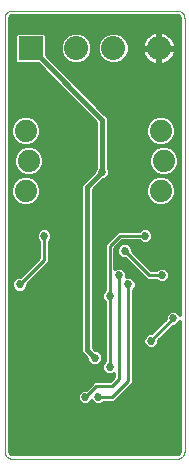
<source format=gbl>
G75*
%MOIN*%
%OFA0B0*%
%FSLAX25Y25*%
%IPPOS*%
%LPD*%
%AMOC8*
5,1,8,0,0,1.08239X$1,22.5*
%
%ADD10C,0.00000*%
%ADD11C,0.07400*%
%ADD12R,0.08000X0.08000*%
%ADD13C,0.08000*%
%ADD14C,0.01000*%
%ADD15C,0.02700*%
%ADD16C,0.01600*%
D10*
X0035095Y0032058D02*
X0035095Y0176433D01*
X0035097Y0176531D01*
X0035103Y0176629D01*
X0035112Y0176727D01*
X0035126Y0176824D01*
X0035143Y0176921D01*
X0035164Y0177017D01*
X0035189Y0177112D01*
X0035217Y0177206D01*
X0035250Y0177298D01*
X0035285Y0177390D01*
X0035325Y0177480D01*
X0035367Y0177568D01*
X0035414Y0177655D01*
X0035463Y0177739D01*
X0035516Y0177822D01*
X0035572Y0177902D01*
X0035632Y0177981D01*
X0035694Y0178057D01*
X0035759Y0178130D01*
X0035827Y0178201D01*
X0035898Y0178269D01*
X0035971Y0178334D01*
X0036047Y0178396D01*
X0036126Y0178456D01*
X0036206Y0178512D01*
X0036289Y0178565D01*
X0036373Y0178614D01*
X0036460Y0178661D01*
X0036548Y0178703D01*
X0036638Y0178743D01*
X0036730Y0178778D01*
X0036822Y0178811D01*
X0036916Y0178839D01*
X0037011Y0178864D01*
X0037107Y0178885D01*
X0037204Y0178902D01*
X0037301Y0178916D01*
X0037399Y0178925D01*
X0037497Y0178931D01*
X0037595Y0178933D01*
X0092595Y0178933D01*
X0092693Y0178931D01*
X0092791Y0178925D01*
X0092889Y0178916D01*
X0092986Y0178902D01*
X0093083Y0178885D01*
X0093179Y0178864D01*
X0093274Y0178839D01*
X0093368Y0178811D01*
X0093460Y0178778D01*
X0093552Y0178743D01*
X0093642Y0178703D01*
X0093730Y0178661D01*
X0093817Y0178614D01*
X0093901Y0178565D01*
X0093984Y0178512D01*
X0094064Y0178456D01*
X0094143Y0178396D01*
X0094219Y0178334D01*
X0094292Y0178269D01*
X0094363Y0178201D01*
X0094431Y0178130D01*
X0094496Y0178057D01*
X0094558Y0177981D01*
X0094618Y0177902D01*
X0094674Y0177822D01*
X0094727Y0177739D01*
X0094776Y0177655D01*
X0094823Y0177568D01*
X0094865Y0177480D01*
X0094905Y0177390D01*
X0094940Y0177298D01*
X0094973Y0177206D01*
X0095001Y0177112D01*
X0095026Y0177017D01*
X0095047Y0176921D01*
X0095064Y0176824D01*
X0095078Y0176727D01*
X0095087Y0176629D01*
X0095093Y0176531D01*
X0095095Y0176433D01*
X0095095Y0032058D01*
X0095093Y0031960D01*
X0095087Y0031862D01*
X0095078Y0031764D01*
X0095064Y0031667D01*
X0095047Y0031570D01*
X0095026Y0031474D01*
X0095001Y0031379D01*
X0094973Y0031285D01*
X0094940Y0031193D01*
X0094905Y0031101D01*
X0094865Y0031011D01*
X0094823Y0030923D01*
X0094776Y0030836D01*
X0094727Y0030752D01*
X0094674Y0030669D01*
X0094618Y0030589D01*
X0094558Y0030510D01*
X0094496Y0030434D01*
X0094431Y0030361D01*
X0094363Y0030290D01*
X0094292Y0030222D01*
X0094219Y0030157D01*
X0094143Y0030095D01*
X0094064Y0030035D01*
X0093984Y0029979D01*
X0093901Y0029926D01*
X0093817Y0029877D01*
X0093730Y0029830D01*
X0093642Y0029788D01*
X0093552Y0029748D01*
X0093460Y0029713D01*
X0093368Y0029680D01*
X0093274Y0029652D01*
X0093179Y0029627D01*
X0093083Y0029606D01*
X0092986Y0029589D01*
X0092889Y0029575D01*
X0092791Y0029566D01*
X0092693Y0029560D01*
X0092595Y0029558D01*
X0037595Y0029558D01*
X0037497Y0029560D01*
X0037399Y0029566D01*
X0037301Y0029575D01*
X0037204Y0029589D01*
X0037107Y0029606D01*
X0037011Y0029627D01*
X0036916Y0029652D01*
X0036822Y0029680D01*
X0036730Y0029713D01*
X0036638Y0029748D01*
X0036548Y0029788D01*
X0036460Y0029830D01*
X0036373Y0029877D01*
X0036289Y0029926D01*
X0036206Y0029979D01*
X0036126Y0030035D01*
X0036047Y0030095D01*
X0035971Y0030157D01*
X0035898Y0030222D01*
X0035827Y0030290D01*
X0035759Y0030361D01*
X0035694Y0030434D01*
X0035632Y0030510D01*
X0035572Y0030589D01*
X0035516Y0030669D01*
X0035463Y0030752D01*
X0035414Y0030836D01*
X0035367Y0030923D01*
X0035325Y0031011D01*
X0035285Y0031101D01*
X0035250Y0031193D01*
X0035217Y0031285D01*
X0035189Y0031379D01*
X0035164Y0031474D01*
X0035143Y0031570D01*
X0035126Y0031667D01*
X0035112Y0031764D01*
X0035103Y0031862D01*
X0035097Y0031960D01*
X0035095Y0032058D01*
D11*
X0042095Y0118933D03*
X0043095Y0128933D03*
X0042095Y0138933D03*
X0087095Y0138933D03*
X0088095Y0128933D03*
X0087095Y0118933D03*
D12*
X0043770Y0166433D03*
D13*
X0058950Y0166433D03*
X0071329Y0166433D03*
X0086509Y0166433D03*
D14*
X0087009Y0166728D02*
X0093595Y0166728D01*
X0093595Y0167726D02*
X0091872Y0167726D01*
X0091873Y0167721D02*
X0091606Y0168544D01*
X0091213Y0169316D01*
X0090704Y0170016D01*
X0090092Y0170628D01*
X0089391Y0171137D01*
X0088620Y0171530D01*
X0087797Y0171798D01*
X0087009Y0171922D01*
X0087009Y0166933D01*
X0091998Y0166933D01*
X0091873Y0167721D01*
X0091514Y0168725D02*
X0093595Y0168725D01*
X0093595Y0169723D02*
X0090917Y0169723D01*
X0089963Y0170722D02*
X0093595Y0170722D01*
X0093595Y0171720D02*
X0088035Y0171720D01*
X0087009Y0171720D02*
X0086009Y0171720D01*
X0086009Y0171922D02*
X0085221Y0171798D01*
X0084397Y0171530D01*
X0083626Y0171137D01*
X0082926Y0170628D01*
X0082314Y0170016D01*
X0081805Y0169316D01*
X0081412Y0168544D01*
X0081144Y0167721D01*
X0081019Y0166933D01*
X0086009Y0166933D01*
X0086009Y0171922D01*
X0084982Y0171720D02*
X0036595Y0171720D01*
X0036595Y0170722D02*
X0038670Y0170722D01*
X0038670Y0170889D02*
X0038670Y0161977D01*
X0039314Y0161333D01*
X0046183Y0161333D01*
X0065695Y0141821D01*
X0065695Y0126748D01*
X0065518Y0126571D01*
X0065145Y0125670D01*
X0065145Y0125420D01*
X0061808Y0122083D01*
X0060695Y0120970D01*
X0060695Y0065021D01*
X0061808Y0063908D01*
X0062645Y0063071D01*
X0062645Y0062821D01*
X0063018Y0061920D01*
X0063707Y0061231D01*
X0064608Y0060858D01*
X0065582Y0060858D01*
X0066483Y0061231D01*
X0067172Y0061920D01*
X0067545Y0062821D01*
X0067545Y0063795D01*
X0067172Y0064696D01*
X0066483Y0065385D01*
X0065582Y0065758D01*
X0065332Y0065758D01*
X0064495Y0066595D01*
X0064495Y0119396D01*
X0067832Y0122733D01*
X0068082Y0122733D01*
X0068983Y0123106D01*
X0069672Y0123795D01*
X0070045Y0124696D01*
X0070045Y0125670D01*
X0069672Y0126571D01*
X0069495Y0126748D01*
X0069495Y0143395D01*
X0068382Y0144508D01*
X0048870Y0164020D01*
X0048870Y0170889D01*
X0048226Y0171533D01*
X0039314Y0171533D01*
X0038670Y0170889D01*
X0038670Y0169723D02*
X0036595Y0169723D01*
X0036595Y0168725D02*
X0038670Y0168725D01*
X0038670Y0167726D02*
X0036595Y0167726D01*
X0036595Y0166728D02*
X0038670Y0166728D01*
X0038670Y0165729D02*
X0036595Y0165729D01*
X0036595Y0164731D02*
X0038670Y0164731D01*
X0038670Y0163732D02*
X0036595Y0163732D01*
X0036595Y0162734D02*
X0038670Y0162734D01*
X0038912Y0161735D02*
X0036595Y0161735D01*
X0036595Y0160737D02*
X0046780Y0160737D01*
X0047778Y0159738D02*
X0036595Y0159738D01*
X0036595Y0158740D02*
X0048777Y0158740D01*
X0049775Y0157741D02*
X0036595Y0157741D01*
X0036595Y0156743D02*
X0050774Y0156743D01*
X0051772Y0155744D02*
X0036595Y0155744D01*
X0036595Y0154745D02*
X0052771Y0154745D01*
X0053769Y0153747D02*
X0036595Y0153747D01*
X0036595Y0152748D02*
X0054768Y0152748D01*
X0055766Y0151750D02*
X0036595Y0151750D01*
X0036595Y0150751D02*
X0056765Y0150751D01*
X0057763Y0149753D02*
X0036595Y0149753D01*
X0036595Y0148754D02*
X0058762Y0148754D01*
X0059760Y0147756D02*
X0036595Y0147756D01*
X0036595Y0146757D02*
X0060759Y0146757D01*
X0061757Y0145759D02*
X0036595Y0145759D01*
X0036595Y0144760D02*
X0062756Y0144760D01*
X0063754Y0143762D02*
X0036595Y0143762D01*
X0036595Y0142763D02*
X0039137Y0142763D01*
X0039376Y0143002D02*
X0038026Y0141652D01*
X0037295Y0139888D01*
X0037295Y0137978D01*
X0038026Y0136214D01*
X0039376Y0134864D01*
X0041140Y0134133D01*
X0043050Y0134133D01*
X0044814Y0134864D01*
X0046164Y0136214D01*
X0046895Y0137978D01*
X0046895Y0139888D01*
X0046164Y0141652D01*
X0044814Y0143002D01*
X0043050Y0143733D01*
X0041140Y0143733D01*
X0039376Y0143002D01*
X0038139Y0141765D02*
X0036595Y0141765D01*
X0036595Y0140766D02*
X0037659Y0140766D01*
X0037295Y0139768D02*
X0036595Y0139768D01*
X0036595Y0138769D02*
X0037295Y0138769D01*
X0037381Y0137771D02*
X0036595Y0137771D01*
X0036595Y0136772D02*
X0037795Y0136772D01*
X0038466Y0135774D02*
X0036595Y0135774D01*
X0036595Y0134775D02*
X0039590Y0134775D01*
X0040376Y0133002D02*
X0039026Y0131652D01*
X0038295Y0129888D01*
X0038295Y0127978D01*
X0039026Y0126214D01*
X0040376Y0124864D01*
X0042140Y0124133D01*
X0044050Y0124133D01*
X0045814Y0124864D01*
X0047164Y0126214D01*
X0047895Y0127978D01*
X0047895Y0129888D01*
X0047164Y0131652D01*
X0045814Y0133002D01*
X0044050Y0133733D01*
X0042140Y0133733D01*
X0040376Y0133002D01*
X0040152Y0132778D02*
X0036595Y0132778D01*
X0036595Y0131780D02*
X0039154Y0131780D01*
X0038665Y0130781D02*
X0036595Y0130781D01*
X0036595Y0129783D02*
X0038295Y0129783D01*
X0038295Y0128784D02*
X0036595Y0128784D01*
X0036595Y0127786D02*
X0038375Y0127786D01*
X0038789Y0126787D02*
X0036595Y0126787D01*
X0036595Y0125789D02*
X0039451Y0125789D01*
X0040554Y0124790D02*
X0036595Y0124790D01*
X0036595Y0123792D02*
X0063517Y0123792D01*
X0064515Y0124790D02*
X0045636Y0124790D01*
X0046739Y0125789D02*
X0065194Y0125789D01*
X0065695Y0126787D02*
X0047402Y0126787D01*
X0047815Y0127786D02*
X0065695Y0127786D01*
X0065695Y0128784D02*
X0047895Y0128784D01*
X0047895Y0129783D02*
X0065695Y0129783D01*
X0065695Y0130781D02*
X0047525Y0130781D01*
X0047037Y0131780D02*
X0065695Y0131780D01*
X0065695Y0132778D02*
X0046038Y0132778D01*
X0044600Y0134775D02*
X0065695Y0134775D01*
X0065695Y0133777D02*
X0036595Y0133777D01*
X0036595Y0122793D02*
X0039167Y0122793D01*
X0039376Y0123002D02*
X0038026Y0121652D01*
X0037295Y0119888D01*
X0037295Y0117978D01*
X0038026Y0116214D01*
X0039376Y0114864D01*
X0041140Y0114133D01*
X0043050Y0114133D01*
X0044814Y0114864D01*
X0046164Y0116214D01*
X0046895Y0117978D01*
X0046895Y0119888D01*
X0046164Y0121652D01*
X0044814Y0123002D01*
X0043050Y0123733D01*
X0041140Y0123733D01*
X0039376Y0123002D01*
X0038168Y0121795D02*
X0036595Y0121795D01*
X0036595Y0120796D02*
X0037671Y0120796D01*
X0037295Y0119798D02*
X0036595Y0119798D01*
X0036595Y0118799D02*
X0037295Y0118799D01*
X0037369Y0117801D02*
X0036595Y0117801D01*
X0036595Y0116802D02*
X0037782Y0116802D01*
X0038436Y0115804D02*
X0036595Y0115804D01*
X0036595Y0114805D02*
X0039518Y0114805D01*
X0036595Y0113807D02*
X0060695Y0113807D01*
X0060695Y0114805D02*
X0044672Y0114805D01*
X0045754Y0115804D02*
X0060695Y0115804D01*
X0060695Y0116802D02*
X0046408Y0116802D01*
X0046822Y0117801D02*
X0060695Y0117801D01*
X0060695Y0118799D02*
X0046895Y0118799D01*
X0046895Y0119798D02*
X0060695Y0119798D01*
X0060695Y0120796D02*
X0046519Y0120796D01*
X0046022Y0121795D02*
X0061520Y0121795D01*
X0062518Y0122793D02*
X0045023Y0122793D01*
X0045724Y0135774D02*
X0065695Y0135774D01*
X0065695Y0136772D02*
X0046396Y0136772D01*
X0046809Y0137771D02*
X0065695Y0137771D01*
X0065695Y0138769D02*
X0046895Y0138769D01*
X0046895Y0139768D02*
X0065695Y0139768D01*
X0065695Y0140766D02*
X0046531Y0140766D01*
X0046052Y0141765D02*
X0065695Y0141765D01*
X0064753Y0142763D02*
X0045053Y0142763D01*
X0054151Y0158740D02*
X0093595Y0158740D01*
X0093595Y0159738D02*
X0053152Y0159738D01*
X0052154Y0160737D02*
X0093595Y0160737D01*
X0093595Y0161735D02*
X0089400Y0161735D01*
X0089391Y0161729D02*
X0090092Y0162238D01*
X0090704Y0162850D01*
X0091213Y0163550D01*
X0091606Y0164322D01*
X0091873Y0165145D01*
X0091998Y0165933D01*
X0087009Y0165933D01*
X0087009Y0166933D01*
X0086009Y0166933D01*
X0086009Y0165933D01*
X0087009Y0165933D01*
X0087009Y0160944D01*
X0087797Y0161069D01*
X0088620Y0161336D01*
X0089391Y0161729D01*
X0090587Y0162734D02*
X0093595Y0162734D01*
X0093595Y0163732D02*
X0091305Y0163732D01*
X0091739Y0164731D02*
X0093595Y0164731D01*
X0093595Y0165729D02*
X0091966Y0165729D01*
X0087009Y0165729D02*
X0086009Y0165729D01*
X0086009Y0165933D02*
X0086009Y0160944D01*
X0085221Y0161069D01*
X0084397Y0161336D01*
X0083626Y0161729D01*
X0082926Y0162238D01*
X0082314Y0162850D01*
X0081805Y0163550D01*
X0081412Y0164322D01*
X0081144Y0165145D01*
X0081019Y0165933D01*
X0086009Y0165933D01*
X0086009Y0166728D02*
X0076429Y0166728D01*
X0076429Y0167448D02*
X0075653Y0169322D01*
X0074218Y0170757D01*
X0072344Y0171533D01*
X0070315Y0171533D01*
X0068440Y0170757D01*
X0067006Y0169322D01*
X0066229Y0167448D01*
X0066229Y0165419D01*
X0067006Y0163544D01*
X0068440Y0162109D01*
X0070315Y0161333D01*
X0072344Y0161333D01*
X0074218Y0162109D01*
X0075653Y0163544D01*
X0076429Y0165419D01*
X0076429Y0167448D01*
X0076314Y0167726D02*
X0081146Y0167726D01*
X0081504Y0168725D02*
X0075900Y0168725D01*
X0075252Y0169723D02*
X0082101Y0169723D01*
X0083054Y0170722D02*
X0074253Y0170722D01*
X0076429Y0165729D02*
X0081052Y0165729D01*
X0081279Y0164731D02*
X0076144Y0164731D01*
X0075731Y0163732D02*
X0081712Y0163732D01*
X0082430Y0162734D02*
X0074842Y0162734D01*
X0073314Y0161735D02*
X0083618Y0161735D01*
X0086009Y0161735D02*
X0087009Y0161735D01*
X0087009Y0162734D02*
X0086009Y0162734D01*
X0086009Y0163732D02*
X0087009Y0163732D01*
X0087009Y0164731D02*
X0086009Y0164731D01*
X0086009Y0167726D02*
X0087009Y0167726D01*
X0087009Y0168725D02*
X0086009Y0168725D01*
X0086009Y0169723D02*
X0087009Y0169723D01*
X0087009Y0170722D02*
X0086009Y0170722D01*
X0092595Y0177433D02*
X0092854Y0177399D01*
X0093302Y0177140D01*
X0093561Y0176692D01*
X0093595Y0176433D01*
X0093595Y0077403D01*
X0093422Y0077821D01*
X0092733Y0078510D01*
X0091832Y0078883D01*
X0090858Y0078883D01*
X0089957Y0078510D01*
X0089268Y0077821D01*
X0088895Y0076920D01*
X0088895Y0076246D01*
X0084032Y0071383D01*
X0083358Y0071383D01*
X0082457Y0071010D01*
X0081768Y0070321D01*
X0081395Y0069420D01*
X0081395Y0068446D01*
X0081768Y0067545D01*
X0082457Y0066856D01*
X0083358Y0066483D01*
X0084332Y0066483D01*
X0085233Y0066856D01*
X0085922Y0067545D01*
X0086295Y0068446D01*
X0086295Y0069120D01*
X0091158Y0073983D01*
X0091832Y0073983D01*
X0092733Y0074356D01*
X0093422Y0075045D01*
X0093595Y0075463D01*
X0093595Y0032058D01*
X0093561Y0031799D01*
X0093302Y0031351D01*
X0092854Y0031092D01*
X0092595Y0031058D01*
X0037595Y0031058D01*
X0037336Y0031092D01*
X0036888Y0031351D01*
X0036629Y0031799D01*
X0036595Y0032058D01*
X0036595Y0176433D01*
X0036629Y0176692D01*
X0036888Y0177140D01*
X0037336Y0177399D01*
X0037595Y0177433D01*
X0092595Y0177433D01*
X0093549Y0176713D02*
X0036641Y0176713D01*
X0036595Y0175714D02*
X0093595Y0175714D01*
X0093595Y0174716D02*
X0036595Y0174716D01*
X0036595Y0173717D02*
X0093595Y0173717D01*
X0093595Y0172719D02*
X0036595Y0172719D01*
X0048870Y0170722D02*
X0056026Y0170722D01*
X0056061Y0170757D02*
X0054626Y0169322D01*
X0053850Y0167448D01*
X0053850Y0165419D01*
X0054626Y0163544D01*
X0056061Y0162109D01*
X0057935Y0161333D01*
X0059964Y0161333D01*
X0061839Y0162109D01*
X0063273Y0163544D01*
X0064050Y0165419D01*
X0064050Y0167448D01*
X0063273Y0169322D01*
X0061839Y0170757D01*
X0059964Y0171533D01*
X0057935Y0171533D01*
X0056061Y0170757D01*
X0055027Y0169723D02*
X0048870Y0169723D01*
X0048870Y0168725D02*
X0054379Y0168725D01*
X0053965Y0167726D02*
X0048870Y0167726D01*
X0048870Y0166728D02*
X0053850Y0166728D01*
X0053850Y0165729D02*
X0048870Y0165729D01*
X0048870Y0164731D02*
X0054135Y0164731D01*
X0054548Y0163732D02*
X0049158Y0163732D01*
X0050157Y0162734D02*
X0055437Y0162734D01*
X0056965Y0161735D02*
X0051155Y0161735D01*
X0055149Y0157741D02*
X0093595Y0157741D01*
X0093595Y0156743D02*
X0056148Y0156743D01*
X0057146Y0155744D02*
X0093595Y0155744D01*
X0093595Y0154745D02*
X0058145Y0154745D01*
X0059143Y0153747D02*
X0093595Y0153747D01*
X0093595Y0152748D02*
X0060142Y0152748D01*
X0061140Y0151750D02*
X0093595Y0151750D01*
X0093595Y0150751D02*
X0062139Y0150751D01*
X0063137Y0149753D02*
X0093595Y0149753D01*
X0093595Y0148754D02*
X0064136Y0148754D01*
X0065134Y0147756D02*
X0093595Y0147756D01*
X0093595Y0146757D02*
X0066133Y0146757D01*
X0067131Y0145759D02*
X0093595Y0145759D01*
X0093595Y0144760D02*
X0068130Y0144760D01*
X0069128Y0143762D02*
X0093595Y0143762D01*
X0093595Y0142763D02*
X0090053Y0142763D01*
X0089814Y0143002D02*
X0088050Y0143733D01*
X0086140Y0143733D01*
X0084376Y0143002D01*
X0083026Y0141652D01*
X0082295Y0139888D01*
X0082295Y0137978D01*
X0083026Y0136214D01*
X0084376Y0134864D01*
X0086140Y0134133D01*
X0088050Y0134133D01*
X0089814Y0134864D01*
X0091164Y0136214D01*
X0091895Y0137978D01*
X0091895Y0139888D01*
X0091164Y0141652D01*
X0089814Y0143002D01*
X0091052Y0141765D02*
X0093595Y0141765D01*
X0093595Y0140766D02*
X0091531Y0140766D01*
X0091895Y0139768D02*
X0093595Y0139768D01*
X0093595Y0138769D02*
X0091895Y0138769D01*
X0091809Y0137771D02*
X0093595Y0137771D01*
X0093595Y0136772D02*
X0091396Y0136772D01*
X0090724Y0135774D02*
X0093595Y0135774D01*
X0093595Y0134775D02*
X0089600Y0134775D01*
X0089050Y0133733D02*
X0087140Y0133733D01*
X0085376Y0133002D01*
X0084026Y0131652D01*
X0083295Y0129888D01*
X0083295Y0127978D01*
X0084026Y0126214D01*
X0085376Y0124864D01*
X0087140Y0124133D01*
X0089050Y0124133D01*
X0090814Y0124864D01*
X0092164Y0126214D01*
X0092895Y0127978D01*
X0092895Y0129888D01*
X0092164Y0131652D01*
X0090814Y0133002D01*
X0089050Y0133733D01*
X0091038Y0132778D02*
X0093595Y0132778D01*
X0093595Y0131780D02*
X0092037Y0131780D01*
X0092525Y0130781D02*
X0093595Y0130781D01*
X0093595Y0129783D02*
X0092895Y0129783D01*
X0092895Y0128784D02*
X0093595Y0128784D01*
X0093595Y0127786D02*
X0092815Y0127786D01*
X0092402Y0126787D02*
X0093595Y0126787D01*
X0093595Y0125789D02*
X0091739Y0125789D01*
X0090636Y0124790D02*
X0093595Y0124790D01*
X0093595Y0123792D02*
X0069669Y0123792D01*
X0070045Y0124790D02*
X0085554Y0124790D01*
X0086140Y0123733D02*
X0084376Y0123002D01*
X0083026Y0121652D01*
X0082295Y0119888D01*
X0082295Y0117978D01*
X0083026Y0116214D01*
X0084376Y0114864D01*
X0086140Y0114133D01*
X0088050Y0114133D01*
X0089814Y0114864D01*
X0091164Y0116214D01*
X0091895Y0117978D01*
X0091895Y0119888D01*
X0091164Y0121652D01*
X0089814Y0123002D01*
X0088050Y0123733D01*
X0086140Y0123733D01*
X0084167Y0122793D02*
X0068227Y0122793D01*
X0066894Y0121795D02*
X0083168Y0121795D01*
X0082671Y0120796D02*
X0065895Y0120796D01*
X0064897Y0119798D02*
X0082295Y0119798D01*
X0082295Y0118799D02*
X0064495Y0118799D01*
X0064495Y0117801D02*
X0082369Y0117801D01*
X0082782Y0116802D02*
X0064495Y0116802D01*
X0064495Y0115804D02*
X0083436Y0115804D01*
X0084518Y0114805D02*
X0064495Y0114805D01*
X0064495Y0113807D02*
X0093595Y0113807D01*
X0093595Y0114805D02*
X0089672Y0114805D01*
X0090754Y0115804D02*
X0093595Y0115804D01*
X0093595Y0116802D02*
X0091408Y0116802D01*
X0091822Y0117801D02*
X0093595Y0117801D01*
X0093595Y0118799D02*
X0091895Y0118799D01*
X0091895Y0119798D02*
X0093595Y0119798D01*
X0093595Y0120796D02*
X0091519Y0120796D01*
X0091022Y0121795D02*
X0093595Y0121795D01*
X0093595Y0122793D02*
X0090023Y0122793D01*
X0084451Y0125789D02*
X0069996Y0125789D01*
X0069495Y0126787D02*
X0083789Y0126787D01*
X0083375Y0127786D02*
X0069495Y0127786D01*
X0069495Y0128784D02*
X0083295Y0128784D01*
X0083295Y0129783D02*
X0069495Y0129783D01*
X0069495Y0130781D02*
X0083665Y0130781D01*
X0084154Y0131780D02*
X0069495Y0131780D01*
X0069495Y0132778D02*
X0085152Y0132778D01*
X0084590Y0134775D02*
X0069495Y0134775D01*
X0069495Y0133777D02*
X0093595Y0133777D01*
X0083466Y0135774D02*
X0069495Y0135774D01*
X0069495Y0136772D02*
X0082795Y0136772D01*
X0082381Y0137771D02*
X0069495Y0137771D01*
X0069495Y0138769D02*
X0082295Y0138769D01*
X0082295Y0139768D02*
X0069495Y0139768D01*
X0069495Y0140766D02*
X0082659Y0140766D01*
X0083139Y0141765D02*
X0069495Y0141765D01*
X0069495Y0142763D02*
X0084137Y0142763D01*
X0069344Y0161735D02*
X0060935Y0161735D01*
X0062463Y0162734D02*
X0067816Y0162734D01*
X0066928Y0163732D02*
X0063351Y0163732D01*
X0063765Y0164731D02*
X0066514Y0164731D01*
X0066229Y0165729D02*
X0064050Y0165729D01*
X0064050Y0166728D02*
X0066229Y0166728D01*
X0066345Y0167726D02*
X0063934Y0167726D01*
X0063521Y0168725D02*
X0066758Y0168725D01*
X0067407Y0169723D02*
X0062872Y0169723D01*
X0061874Y0170722D02*
X0068405Y0170722D01*
X0064495Y0112808D02*
X0093595Y0112808D01*
X0093595Y0111810D02*
X0064495Y0111810D01*
X0064495Y0110811D02*
X0093595Y0110811D01*
X0093595Y0109812D02*
X0064495Y0109812D01*
X0064495Y0108814D02*
X0093595Y0108814D01*
X0093595Y0107815D02*
X0064495Y0107815D01*
X0064495Y0106817D02*
X0093595Y0106817D01*
X0093595Y0105818D02*
X0083550Y0105818D01*
X0083358Y0106010D02*
X0084047Y0105321D01*
X0084420Y0104420D01*
X0084420Y0103446D01*
X0084047Y0102545D01*
X0083358Y0101856D01*
X0082457Y0101483D01*
X0081483Y0101483D01*
X0080582Y0101856D01*
X0080105Y0102333D01*
X0074293Y0102333D01*
X0071695Y0099735D01*
X0071695Y0092748D01*
X0071832Y0092885D01*
X0072733Y0093258D01*
X0073707Y0093258D01*
X0074608Y0092885D01*
X0075297Y0092196D01*
X0075670Y0091295D01*
X0075670Y0090321D01*
X0075537Y0090000D01*
X0075858Y0090133D01*
X0076832Y0090133D01*
X0077733Y0089760D01*
X0078422Y0089071D01*
X0078795Y0088170D01*
X0078795Y0087196D01*
X0078422Y0086295D01*
X0077945Y0085818D01*
X0077945Y0054897D01*
X0072569Y0049520D01*
X0071631Y0048583D01*
X0068210Y0048583D01*
X0067733Y0048106D01*
X0066832Y0047733D01*
X0065858Y0047733D01*
X0064957Y0048106D01*
X0064268Y0048795D01*
X0064158Y0049062D01*
X0064047Y0048795D01*
X0063358Y0048106D01*
X0062457Y0047733D01*
X0061483Y0047733D01*
X0060582Y0048106D01*
X0059893Y0048795D01*
X0059520Y0049696D01*
X0059520Y0050670D01*
X0059893Y0051571D01*
X0060582Y0052260D01*
X0061483Y0052633D01*
X0062157Y0052633D01*
X0064120Y0054596D01*
X0064120Y0054596D01*
X0065057Y0055533D01*
X0070304Y0055533D01*
X0071620Y0056849D01*
X0071620Y0058243D01*
X0071483Y0058106D01*
X0070582Y0057733D01*
X0069608Y0057733D01*
X0068707Y0058106D01*
X0068018Y0058795D01*
X0067645Y0059696D01*
X0067645Y0060670D01*
X0068018Y0061571D01*
X0068495Y0062048D01*
X0068495Y0082068D01*
X0068018Y0082545D01*
X0067645Y0083446D01*
X0067645Y0084420D01*
X0068018Y0085321D01*
X0068495Y0085798D01*
X0068495Y0101060D01*
X0072031Y0104596D01*
X0072968Y0105533D01*
X0080105Y0105533D01*
X0080582Y0106010D01*
X0081483Y0106383D01*
X0082457Y0106383D01*
X0083358Y0106010D01*
X0084255Y0104820D02*
X0093595Y0104820D01*
X0093595Y0103821D02*
X0084420Y0103821D01*
X0084162Y0102823D02*
X0093595Y0102823D01*
X0093595Y0101824D02*
X0083282Y0101824D01*
X0081970Y0103933D02*
X0073631Y0103933D01*
X0070095Y0100398D01*
X0070095Y0083933D01*
X0070095Y0060183D01*
X0068331Y0061884D02*
X0067136Y0061884D01*
X0067545Y0062882D02*
X0068495Y0062882D01*
X0068495Y0063881D02*
X0067510Y0063881D01*
X0066989Y0064879D02*
X0068495Y0064879D01*
X0068495Y0065878D02*
X0065212Y0065878D01*
X0064495Y0066877D02*
X0068495Y0066877D01*
X0068495Y0067875D02*
X0064495Y0067875D01*
X0064495Y0068874D02*
X0068495Y0068874D01*
X0068495Y0069872D02*
X0064495Y0069872D01*
X0064495Y0070871D02*
X0068495Y0070871D01*
X0068495Y0071869D02*
X0064495Y0071869D01*
X0064495Y0072868D02*
X0068495Y0072868D01*
X0068495Y0073866D02*
X0064495Y0073866D01*
X0064495Y0074865D02*
X0068495Y0074865D01*
X0068495Y0075863D02*
X0064495Y0075863D01*
X0064495Y0076862D02*
X0068495Y0076862D01*
X0068495Y0077860D02*
X0064495Y0077860D01*
X0064495Y0078859D02*
X0068495Y0078859D01*
X0068495Y0079857D02*
X0064495Y0079857D01*
X0064495Y0080856D02*
X0068495Y0080856D01*
X0068495Y0081854D02*
X0064495Y0081854D01*
X0064495Y0082853D02*
X0067891Y0082853D01*
X0067645Y0083851D02*
X0064495Y0083851D01*
X0064495Y0084850D02*
X0067823Y0084850D01*
X0068495Y0085848D02*
X0064495Y0085848D01*
X0064495Y0086847D02*
X0068495Y0086847D01*
X0068495Y0087845D02*
X0064495Y0087845D01*
X0064495Y0088844D02*
X0068495Y0088844D01*
X0068495Y0089842D02*
X0064495Y0089842D01*
X0064495Y0090841D02*
X0068495Y0090841D01*
X0068495Y0091839D02*
X0064495Y0091839D01*
X0064495Y0092838D02*
X0068495Y0092838D01*
X0068495Y0093836D02*
X0064495Y0093836D01*
X0064495Y0094835D02*
X0068495Y0094835D01*
X0068495Y0095833D02*
X0064495Y0095833D01*
X0064495Y0096832D02*
X0068495Y0096832D01*
X0068495Y0097830D02*
X0064495Y0097830D01*
X0064495Y0098829D02*
X0068495Y0098829D01*
X0068495Y0099827D02*
X0064495Y0099827D01*
X0064495Y0100826D02*
X0068495Y0100826D01*
X0069259Y0101824D02*
X0064495Y0101824D01*
X0064495Y0102823D02*
X0070258Y0102823D01*
X0071256Y0103821D02*
X0064495Y0103821D01*
X0064495Y0104820D02*
X0072255Y0104820D01*
X0073785Y0101824D02*
X0080659Y0101824D01*
X0077172Y0100321D02*
X0077545Y0099420D01*
X0077545Y0098746D01*
X0083883Y0092408D01*
X0085730Y0092408D01*
X0086207Y0092885D01*
X0087108Y0093258D01*
X0088082Y0093258D01*
X0088983Y0092885D01*
X0089672Y0092196D01*
X0090045Y0091295D01*
X0090045Y0090321D01*
X0089672Y0089420D01*
X0088983Y0088731D01*
X0088082Y0088358D01*
X0087108Y0088358D01*
X0086207Y0088731D01*
X0085730Y0089208D01*
X0082557Y0089208D01*
X0075282Y0096483D01*
X0074608Y0096483D01*
X0073707Y0096856D01*
X0073018Y0097545D01*
X0072645Y0098446D01*
X0072645Y0099420D01*
X0073018Y0100321D01*
X0073707Y0101010D01*
X0074608Y0101383D01*
X0075582Y0101383D01*
X0076483Y0101010D01*
X0077172Y0100321D01*
X0077377Y0099827D02*
X0093595Y0099827D01*
X0093595Y0098829D02*
X0077545Y0098829D01*
X0078461Y0097830D02*
X0093595Y0097830D01*
X0093595Y0096832D02*
X0079459Y0096832D01*
X0080458Y0095833D02*
X0093595Y0095833D01*
X0093595Y0094835D02*
X0081456Y0094835D01*
X0082455Y0093836D02*
X0093595Y0093836D01*
X0093595Y0092838D02*
X0089030Y0092838D01*
X0089820Y0091839D02*
X0093595Y0091839D01*
X0093595Y0090841D02*
X0090045Y0090841D01*
X0089847Y0089842D02*
X0093595Y0089842D01*
X0093595Y0088844D02*
X0089096Y0088844D01*
X0087595Y0090808D02*
X0083220Y0090808D01*
X0075095Y0098933D01*
X0076667Y0100826D02*
X0093595Y0100826D01*
X0086160Y0092838D02*
X0083453Y0092838D01*
X0081923Y0089842D02*
X0077535Y0089842D01*
X0078516Y0088844D02*
X0086095Y0088844D01*
X0080925Y0090841D02*
X0075670Y0090841D01*
X0075445Y0091839D02*
X0079926Y0091839D01*
X0078928Y0092838D02*
X0074655Y0092838D01*
X0073220Y0090808D02*
X0073220Y0056187D01*
X0070967Y0053933D01*
X0065720Y0053933D01*
X0061970Y0050183D01*
X0064092Y0048903D02*
X0064223Y0048903D01*
X0065443Y0047905D02*
X0062872Y0047905D01*
X0061068Y0047905D02*
X0036595Y0047905D01*
X0036595Y0048903D02*
X0059848Y0048903D01*
X0059520Y0049902D02*
X0036595Y0049902D01*
X0036595Y0050900D02*
X0059615Y0050900D01*
X0060221Y0051899D02*
X0036595Y0051899D01*
X0036595Y0052897D02*
X0062422Y0052897D01*
X0063420Y0053896D02*
X0036595Y0053896D01*
X0036595Y0054894D02*
X0064419Y0054894D01*
X0066345Y0050183D02*
X0070969Y0050183D01*
X0076345Y0055560D01*
X0076345Y0087683D01*
X0077975Y0085848D02*
X0093595Y0085848D01*
X0093595Y0084850D02*
X0077945Y0084850D01*
X0077945Y0083851D02*
X0093595Y0083851D01*
X0093595Y0082853D02*
X0077945Y0082853D01*
X0077945Y0081854D02*
X0093595Y0081854D01*
X0093595Y0080856D02*
X0077945Y0080856D01*
X0077945Y0079857D02*
X0093595Y0079857D01*
X0093595Y0078859D02*
X0091891Y0078859D01*
X0090799Y0078859D02*
X0077945Y0078859D01*
X0077945Y0077860D02*
X0089307Y0077860D01*
X0088895Y0076862D02*
X0077945Y0076862D01*
X0077945Y0075863D02*
X0088512Y0075863D01*
X0087514Y0074865D02*
X0077945Y0074865D01*
X0077945Y0073866D02*
X0086515Y0073866D01*
X0085517Y0072868D02*
X0077945Y0072868D01*
X0077945Y0071869D02*
X0084518Y0071869D01*
X0082318Y0070871D02*
X0077945Y0070871D01*
X0077945Y0069872D02*
X0081582Y0069872D01*
X0081395Y0068874D02*
X0077945Y0068874D01*
X0077945Y0067875D02*
X0081632Y0067875D01*
X0082437Y0066877D02*
X0077945Y0066877D01*
X0077945Y0065878D02*
X0093595Y0065878D01*
X0093595Y0066877D02*
X0085253Y0066877D01*
X0086059Y0067875D02*
X0093595Y0067875D01*
X0093595Y0068874D02*
X0086295Y0068874D01*
X0087047Y0069872D02*
X0093595Y0069872D01*
X0093595Y0070871D02*
X0088045Y0070871D01*
X0089044Y0071869D02*
X0093595Y0071869D01*
X0093595Y0072868D02*
X0090042Y0072868D01*
X0091041Y0073866D02*
X0093595Y0073866D01*
X0093595Y0074865D02*
X0093241Y0074865D01*
X0093383Y0077860D02*
X0093595Y0077860D01*
X0091345Y0076433D02*
X0083845Y0068933D01*
X0077945Y0064879D02*
X0093595Y0064879D01*
X0093595Y0063881D02*
X0077945Y0063881D01*
X0077945Y0062882D02*
X0093595Y0062882D01*
X0093595Y0061884D02*
X0077945Y0061884D01*
X0077945Y0060885D02*
X0093595Y0060885D01*
X0093595Y0059887D02*
X0077945Y0059887D01*
X0077945Y0058888D02*
X0093595Y0058888D01*
X0093595Y0057890D02*
X0077945Y0057890D01*
X0077945Y0056891D02*
X0093595Y0056891D01*
X0093595Y0055893D02*
X0077945Y0055893D01*
X0077943Y0054894D02*
X0093595Y0054894D01*
X0093595Y0053896D02*
X0076944Y0053896D01*
X0075946Y0052897D02*
X0093595Y0052897D01*
X0093595Y0051899D02*
X0074947Y0051899D01*
X0073949Y0050900D02*
X0093595Y0050900D01*
X0093595Y0049902D02*
X0072950Y0049902D01*
X0071952Y0048903D02*
X0093595Y0048903D01*
X0093595Y0047905D02*
X0067247Y0047905D01*
X0070664Y0055893D02*
X0036595Y0055893D01*
X0036595Y0056891D02*
X0071620Y0056891D01*
X0071620Y0057890D02*
X0070961Y0057890D01*
X0069229Y0057890D02*
X0036595Y0057890D01*
X0036595Y0058888D02*
X0067980Y0058888D01*
X0067645Y0059887D02*
X0036595Y0059887D01*
X0036595Y0060885D02*
X0064542Y0060885D01*
X0065649Y0060885D02*
X0067734Y0060885D01*
X0063054Y0061884D02*
X0036595Y0061884D01*
X0036595Y0062882D02*
X0062645Y0062882D01*
X0061835Y0063881D02*
X0036595Y0063881D01*
X0036595Y0064879D02*
X0060837Y0064879D01*
X0060695Y0065878D02*
X0036595Y0065878D01*
X0036595Y0066877D02*
X0060695Y0066877D01*
X0060695Y0067875D02*
X0036595Y0067875D01*
X0036595Y0068874D02*
X0060695Y0068874D01*
X0060695Y0069872D02*
X0036595Y0069872D01*
X0036595Y0070871D02*
X0060695Y0070871D01*
X0060695Y0071869D02*
X0036595Y0071869D01*
X0036595Y0072868D02*
X0060695Y0072868D01*
X0060695Y0073866D02*
X0036595Y0073866D01*
X0036595Y0074865D02*
X0060695Y0074865D01*
X0060695Y0075863D02*
X0036595Y0075863D01*
X0036595Y0076862D02*
X0060695Y0076862D01*
X0060695Y0077860D02*
X0036595Y0077860D01*
X0036595Y0078859D02*
X0060695Y0078859D01*
X0060695Y0079857D02*
X0036595Y0079857D01*
X0036595Y0080856D02*
X0060695Y0080856D01*
X0060695Y0081854D02*
X0036595Y0081854D01*
X0036595Y0082853D02*
X0060695Y0082853D01*
X0060695Y0083851D02*
X0036595Y0083851D01*
X0036595Y0084850D02*
X0060695Y0084850D01*
X0060695Y0085848D02*
X0041725Y0085848D01*
X0041483Y0085606D02*
X0042172Y0086295D01*
X0042545Y0087196D01*
X0042545Y0087870D01*
X0048883Y0094208D01*
X0049820Y0095145D01*
X0049820Y0102068D01*
X0050297Y0102545D01*
X0050670Y0103446D01*
X0050670Y0104420D01*
X0050297Y0105321D01*
X0049608Y0106010D01*
X0048707Y0106383D01*
X0047733Y0106383D01*
X0046832Y0106010D01*
X0046143Y0105321D01*
X0045770Y0104420D01*
X0045770Y0103446D01*
X0046143Y0102545D01*
X0046620Y0102068D01*
X0046620Y0096471D01*
X0040282Y0090133D01*
X0039608Y0090133D01*
X0038707Y0089760D01*
X0038018Y0089071D01*
X0037645Y0088170D01*
X0037645Y0087196D01*
X0038018Y0086295D01*
X0038707Y0085606D01*
X0039608Y0085233D01*
X0040582Y0085233D01*
X0041483Y0085606D01*
X0042401Y0086847D02*
X0060695Y0086847D01*
X0060695Y0087845D02*
X0042545Y0087845D01*
X0043519Y0088844D02*
X0060695Y0088844D01*
X0060695Y0089842D02*
X0044517Y0089842D01*
X0045516Y0090841D02*
X0060695Y0090841D01*
X0060695Y0091839D02*
X0046514Y0091839D01*
X0047513Y0092838D02*
X0060695Y0092838D01*
X0060695Y0093836D02*
X0048511Y0093836D01*
X0049510Y0094835D02*
X0060695Y0094835D01*
X0060695Y0095833D02*
X0049820Y0095833D01*
X0049820Y0096832D02*
X0060695Y0096832D01*
X0060695Y0097830D02*
X0049820Y0097830D01*
X0049820Y0098829D02*
X0060695Y0098829D01*
X0060695Y0099827D02*
X0049820Y0099827D01*
X0049820Y0100826D02*
X0060695Y0100826D01*
X0060695Y0101824D02*
X0049820Y0101824D01*
X0050412Y0102823D02*
X0060695Y0102823D01*
X0060695Y0103821D02*
X0050670Y0103821D01*
X0050505Y0104820D02*
X0060695Y0104820D01*
X0060695Y0105818D02*
X0049800Y0105818D01*
X0048220Y0103933D02*
X0048220Y0095808D01*
X0040095Y0087683D01*
X0038465Y0085848D02*
X0036595Y0085848D01*
X0036595Y0086847D02*
X0037790Y0086847D01*
X0037645Y0087845D02*
X0036595Y0087845D01*
X0036595Y0088844D02*
X0037924Y0088844D01*
X0038906Y0089842D02*
X0036595Y0089842D01*
X0036595Y0090841D02*
X0040990Y0090841D01*
X0041989Y0091839D02*
X0036595Y0091839D01*
X0036595Y0092838D02*
X0042987Y0092838D01*
X0043986Y0093836D02*
X0036595Y0093836D01*
X0036595Y0094835D02*
X0044984Y0094835D01*
X0045983Y0095833D02*
X0036595Y0095833D01*
X0036595Y0096832D02*
X0046620Y0096832D01*
X0046620Y0097830D02*
X0036595Y0097830D01*
X0036595Y0098829D02*
X0046620Y0098829D01*
X0046620Y0099827D02*
X0036595Y0099827D01*
X0036595Y0100826D02*
X0046620Y0100826D01*
X0046620Y0101824D02*
X0036595Y0101824D01*
X0036595Y0102823D02*
X0046028Y0102823D01*
X0045770Y0103821D02*
X0036595Y0103821D01*
X0036595Y0104820D02*
X0045936Y0104820D01*
X0046641Y0105818D02*
X0036595Y0105818D01*
X0036595Y0106817D02*
X0060695Y0106817D01*
X0060695Y0107815D02*
X0036595Y0107815D01*
X0036595Y0108814D02*
X0060695Y0108814D01*
X0060695Y0109812D02*
X0036595Y0109812D01*
X0036595Y0110811D02*
X0060695Y0110811D01*
X0060695Y0111810D02*
X0036595Y0111810D01*
X0036595Y0112808D02*
X0060695Y0112808D01*
X0064495Y0105818D02*
X0080391Y0105818D01*
X0075932Y0095833D02*
X0071695Y0095833D01*
X0071695Y0094835D02*
X0076931Y0094835D01*
X0077929Y0093836D02*
X0071695Y0093836D01*
X0071695Y0092838D02*
X0071785Y0092838D01*
X0071695Y0096832D02*
X0073766Y0096832D01*
X0072900Y0097830D02*
X0071695Y0097830D01*
X0071695Y0098829D02*
X0072645Y0098829D01*
X0072814Y0099827D02*
X0071788Y0099827D01*
X0072786Y0100826D02*
X0073523Y0100826D01*
X0078795Y0087845D02*
X0093595Y0087845D01*
X0093595Y0086847D02*
X0078651Y0086847D01*
X0093595Y0046906D02*
X0036595Y0046906D01*
X0036595Y0045908D02*
X0093595Y0045908D01*
X0093595Y0044909D02*
X0036595Y0044909D01*
X0036595Y0043911D02*
X0093595Y0043911D01*
X0093595Y0042912D02*
X0036595Y0042912D01*
X0036595Y0041914D02*
X0093595Y0041914D01*
X0093595Y0040915D02*
X0036595Y0040915D01*
X0036595Y0039917D02*
X0093595Y0039917D01*
X0093595Y0038918D02*
X0036595Y0038918D01*
X0036595Y0037920D02*
X0093595Y0037920D01*
X0093595Y0036921D02*
X0036595Y0036921D01*
X0036595Y0035923D02*
X0093595Y0035923D01*
X0093595Y0034924D02*
X0036595Y0034924D01*
X0036595Y0033926D02*
X0093595Y0033926D01*
X0093595Y0032927D02*
X0036595Y0032927D01*
X0036612Y0031929D02*
X0093578Y0031929D01*
D15*
X0082595Y0042058D03*
X0070095Y0060183D03*
X0065095Y0063308D03*
X0066345Y0050183D03*
X0061970Y0050183D03*
X0055720Y0059558D03*
X0050095Y0069558D03*
X0040095Y0087683D03*
X0048220Y0103933D03*
X0043845Y0104558D03*
X0067595Y0125183D03*
X0072595Y0126433D03*
X0081970Y0103933D03*
X0075095Y0098933D03*
X0073220Y0090808D03*
X0076345Y0087683D03*
X0070095Y0083933D03*
X0083845Y0068933D03*
X0091345Y0076433D03*
X0087595Y0090808D03*
X0047595Y0042058D03*
D16*
X0065095Y0063308D02*
X0062595Y0065808D01*
X0062595Y0120183D01*
X0067595Y0125183D01*
X0067595Y0142608D01*
X0043770Y0166433D01*
M02*

</source>
